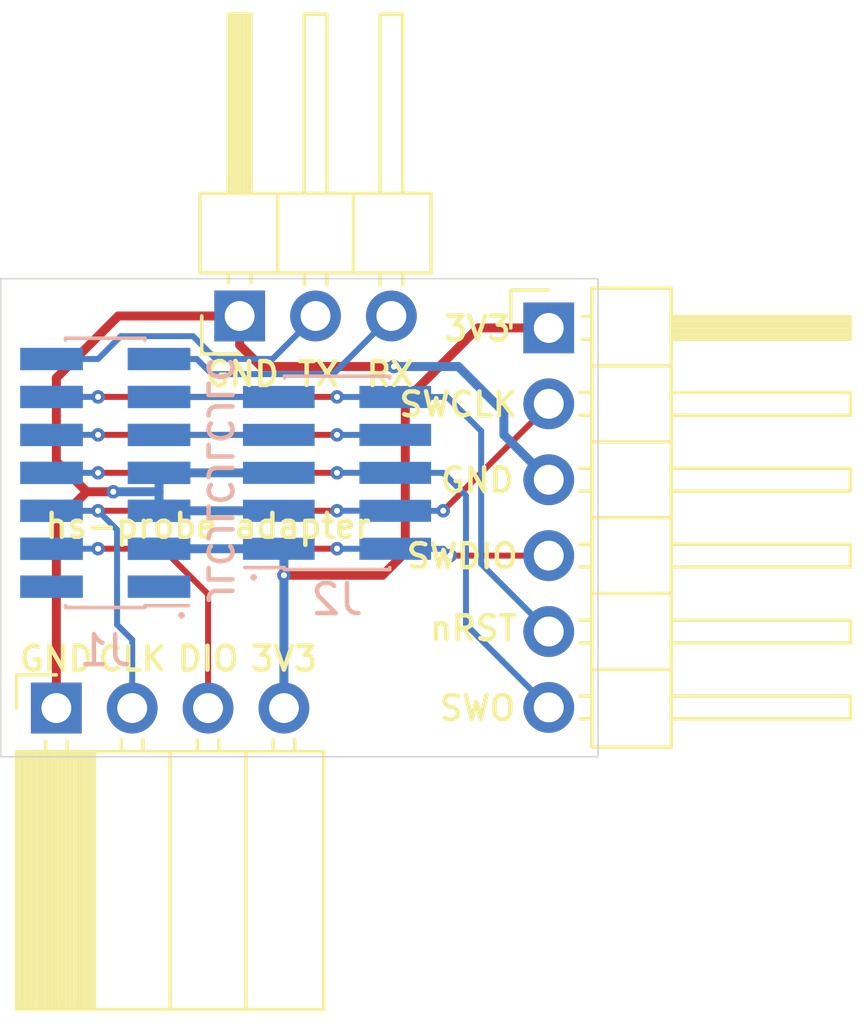
<source format=kicad_pcb>
(kicad_pcb (version 20211014) (generator pcbnew)
  (layers (0 "F.Cu" signal) (31 "B.Cu" signal) (34 "B.Paste" user) (35 "F.Paste" user) (36 "B.SilkS" user "B.Silkscreen") (37 "F.SilkS" user "F.Silkscreen") (38 "B.Mask" user) (39 "F.Mask" user) (44 "Edge.Cuts" user))
  (net 0 "")
  (net 1 "/T_VCP_TX")
  (net 2 "/T_VCP_RX")
  (net 3 "/T_NRST")
  (net 4 "/GNDDetect")
  (net 5 "/T_JTDI")
  (net 6 "/T_JRCLK")
  (net 7 "/T_SWO")
  (net 8 "/GND")
  (net 9 "/T_SWCLK")
  (net 10 "/T_SWDIO")
  (net 11 "/T_VCC")
  (net 12 "/3V3")
  (net 13 "/5V")
  (footprint "Connector_PinHeader_2.54mm:PinHeader_1x03_P2.54mm_Horizontal" (layer "F.Cu") (at 45.000012 42.250004 90)
    (fp_text reference "J3" hide)
    (fp_text value "UART")
    (fp_line (start 10.1 4.7) (end 10.1 5.46) (layer "F.SilkS") (width 0.12))
    (fp_line (start 10.1 -0.38) (end 10.1 0.38) (layer "F.SilkS") (width 0.12))
    (fp_line (start 4.1 0.28) (end 10.1 0.28) (layer "F.SilkS") (width 0.12))
    (fp_line (start 1.44 6.41) (end 4.1 6.41) (layer "F.SilkS") (width 0.12))
    (fp_line (start 1.042929 5.46) (end 1.44 5.46) (layer "F.SilkS") (width 0.12))
    (fp_line (start 4.1 2.16) (end 10.1 2.16) (layer "F.SilkS") (width 0.12))
    (fp_line (start 1.44 3.81) (end 4.1 3.81) (layer "F.SilkS") (width 0.12))
    (fp_line (start 1.042929 2.16) (end 1.44 2.16) (layer "F.SilkS") (width 0.12))
    (fp_line (start 4.1 -0.08) (end 10.1 -0.08) (layer "F.SilkS") (width 0.12))
    (fp_line (start 4.1 6.41) (end 4.1 -1.33) (layer "F.SilkS") (width 0.12))
    (fp_line (start 4.1 -1.33) (end 1.44 -1.33) (layer "F.SilkS") (width 0.12))
    (fp_line (start 1.042929 4.7) (end 1.44 4.7) (layer "F.SilkS") (width 0.12))
    (fp_line (start 4.1 -0.38) (end 10.1 -0.38) (layer "F.SilkS") (width 0.12))
    (fp_line (start 1.042929 2.92) (end 1.44 2.92) (layer "F.SilkS") (width 0.12))
    (fp_line (start 4.1 0.16) (end 10.1 0.16) (layer "F.SilkS") (width 0.12))
    (fp_line (start 10.1 0.38) (end 4.1 0.38) (layer "F.SilkS") (width 0.12))
    (fp_line (start -1.27 0) (end -1.27 -1.27) (layer "F.SilkS") (width 0.12))
    (fp_line (start 1.44 -1.33) (end 1.44 6.41) (layer "F.SilkS") (width 0.12))
    (fp_line (start 1.44 1.27) (end 4.1 1.27) (layer "F.SilkS") (width 0.12))
    (fp_line (start 1.11 -0.38) (end 1.44 -0.38) (layer "F.SilkS") (width 0.12))
    (fp_line (start -1.27 -1.27) (end 0 -1.27) (layer "F.SilkS") (width 0.12))
    (fp_line (start 1.11 0.38) (end 1.44 0.38) (layer "F.SilkS") (width 0.12))
    (fp_line (start 10.1 2.92) (end 4.1 2.92) (layer "F.SilkS") (width 0.12))
    (fp_line (start 4.1 0.04) (end 10.1 0.04) (layer "F.SilkS") (width 0.12))
    (fp_line (start 4.1 -0.32) (end 10.1 -0.32) (layer "F.SilkS") (width 0.12))
    (fp_line (start 4.1 4.7) (end 10.1 4.7) (layer "F.SilkS") (width 0.12))
    (fp_line (start 4.1 -0.2) (end 10.1 -0.2) (layer "F.SilkS") (width 0.12))
    (fp_line (start 10.1 5.46) (end 4.1 5.46) (layer "F.SilkS") (width 0.12))
    (fp_line (start 10.1 2.16) (end 10.1 2.92) (layer "F.SilkS") (width 0.12))
    (pad "1" thru_hole rect locked (at 0 0 90) (size 1.7 1.7) (drill 1) (layers *.Cu *.Mask) (net 8 "/GND"))
    (pad "2" thru_hole oval locked (at 0 2.54 90) (size 1.7 1.7) (drill 1) (layers *.Cu *.Mask) (net 1 "/T_VCP_TX"))
    (pad "3" thru_hole oval locked (at 0 5.08 90) (size 1.7 1.7) (drill 1) (layers *.Cu *.Mask) (net 2 "/T_VCP_RX"))
  )
  (footprint "Connector_PinSocket_2.54mm:PinSocket_1x04_P2.54mm_Horizontal" (layer "F.Cu") (at 38.862 55.372 90)
    (fp_text reference "J5" hide)
    (fp_text value "BluePill")
    (fp_line (start -10.09 -1.33) (end -10.09 8.95) (layer "F.SilkS") (width 0.12))
    (fp_line (start -10.09 8.95) (end -1.46 8.95) (layer "F.SilkS") (width 0.12))
    (fp_line (start -10.09 -0.97381) (end -1.46 -0.97381) (layer "F.SilkS") (width 0.12))
    (fp_line (start -10.09 -0.619525) (end -1.46 -0.619525) (layer "F.SilkS") (width 0.12))
    (fp_line (start -10.09 1.1519) (end -1.46 1.1519) (layer "F.SilkS") (width 0.12))
    (fp_line (start -10.09 0.797615) (end -1.46 0.797615) (layer "F.SilkS") (width 0.12))
    (fp_line (start -10.09 0.561425) (end -1.46 0.561425) (layer "F.SilkS") (width 0.12))
    (fp_line (start -10.09 0.67952) (end -1.46 0.67952) (layer "F.SilkS") (width 0.12))
    (fp_line (start -10.09 -0.855715) (end -1.46 -0.855715) (layer "F.SilkS") (width 0.12))
    (fp_line (start -10.09 1.033805) (end -1.46 1.033805) (layer "F.SilkS") (width 0.12))
    (fp_line (start 1.11 -1.33) (end 1.11 0) (layer "F.SilkS") (width 0.12))
    (fp_line (start -1.46 -0.36) (end -1.11 -0.36) (layer "F.SilkS") (width 0.12))
    (fp_line (start -10.09 -1.091905) (end -1.46 -1.091905) (layer "F.SilkS") (width 0.12))
    (fp_line (start -10.09 -0.383335) (end -1.46 -0.383335) (layer "F.SilkS") (width 0.12))
    (fp_line (start -1.46 2.9) (end -1.05 2.9) (layer "F.SilkS") (width 0.12))
    (fp_line (start -10.09 6.35) (end -1.46 6.35) (layer "F.SilkS") (width 0.12))
    (fp_line (start -1.46 7.26) (end -1.05 7.26) (layer "F.SilkS") (width 0.12))
    (fp_line (start -10.09 1.27) (end -1.46 1.27) (layer "F.SilkS") (width 0.12))
    (fp_line (start -10.09 0.20714) (end -1.46 0.20714) (layer "F.SilkS") (width 0.12))
    (fp_line (start -1.46 7.98) (end -1.05 7.98) (layer "F.SilkS") (width 0.12))
    (fp_line (start -10.09 3.81) (end -1.46 3.81) (layer "F.SilkS") (width 0.12))
    (fp_line (start -10.09 -0.02905) (end -1.46 -0.02905) (layer "F.SilkS") (width 0.12))
    (fp_line (start -10.09 0.91571) (end -1.46 0.91571) (layer "F.SilkS") (width 0.12))
    (fp_line (start -10.09 -0.26524) (end -1.46 -0.26524) (layer "F.SilkS") (width 0.12))
    (fp_line (start -1.46 5.44) (end -1.05 5.44) (layer "F.SilkS") (width 0.12))
    (fp_line (start 0 -1.33) (end 1.11 -1.33) (layer "F.SilkS") (width 0.12))
    (fp_line (start -10.09 0.325235) (end -1.46 0.325235) (layer "F.SilkS") (width 0.12))
    (fp_line (start -10.09 -0.73762) (end -1.46 -0.73762) (layer "F.SilkS") (width 0.12))
    (fp_line (start -1.46 4.72) (end -1.05 4.72) (layer "F.SilkS") (width 0.12))
    (fp_line (start -10.09 -0.50143) (end -1.46 -0.50143) (layer "F.SilkS") (width 0.12))
    (fp_line (start -10.09 -1.21) (end -1.46 -1.21) (layer "F.SilkS") (width 0.12))
    (fp_line (start -10.09 -1.33) (end -1.46 -1.33) (layer "F.SilkS") (width 0.12))
    (fp_line (start -10.09 0.44333) (end -1.46 0.44333) (layer "F.SilkS") (width 0.12))
    (fp_line (start -10.09 0.089045) (end -1.46 0.089045) (layer "F.SilkS") (width 0.12))
    (fp_line (start -1.46 0.36) (end -1.11 0.36) (layer "F.SilkS") (width 0.12))
    (fp_line (start -10.09 -0.147145) (end -1.46 -0.147145) (layer "F.SilkS") (width 0.12))
    (fp_line (start -1.46 -1.33) (end -1.46 8.95) (layer "F.SilkS") (width 0.12))
    (fp_line (start -1.46 2.18) (end -1.05 2.18) (layer "F.SilkS") (width 0.12))
    (pad "1" thru_hole rect locked (at 0 0 90) (size 1.7 1.7) (drill 1) (layers *.Cu *.Mask) (net 8 "/GND"))
    (pad "2" thru_hole oval locked (at 0 2.54 90) (size 1.7 1.7) (drill 1) (layers *.Cu *.Mask) (net 9 "/T_SWCLK"))
    (pad "3" thru_hole oval locked (at 0 5.08 90) (size 1.7 1.7) (drill 1) (layers *.Cu *.Mask) (net 10 "/T_SWDIO"))
    (pad "4" thru_hole oval locked (at 0 7.62 90) (size 1.7 1.7) (drill 1) (layers *.Cu *.Mask) (net 11 "/T_VCC"))
  )
  (footprint "Connector_PinHeader_2.54mm:PinHeader_1x06_P2.54mm_Horizontal" (layer "F.Cu") (at 55.35 42.65)
    (fp_text reference "J4" hide)
    (fp_text value "SWD")
    (fp_line (start 4.1 9.78) (end 10.1 9.78) (layer "F.SilkS") (width 0.12))
    (fp_line (start 1.44 8.89) (end 4.1 8.89) (layer "F.SilkS") (width 0.12))
    (fp_line (start 10.1 10.54) (end 4.1 10.54) (layer "F.SilkS") (width 0.12))
    (fp_line (start 4.1 4.7) (end 10.1 4.7) (layer "F.SilkS") (width 0.12))
    (fp_line (start 4.1 -0.08) (end 10.1 -0.08) (layer "F.SilkS") (width 0.12))
    (fp_line (start 1.11 0.38) (end 1.44 0.38) (layer "F.SilkS") (width 0.12))
    (fp_line (start 10.1 2.92) (end 4.1 2.92) (layer "F.SilkS") (width 0.12))
    (fp_line (start 10.1 -0.38) (end 10.1 0.38) (layer "F.SilkS") (width 0.12))
    (fp_line (start 4.1 -1.33) (end 1.44 -1.33) (layer "F.SilkS") (width 0.12))
    (fp_line (start 1.042929 7.24) (end 1.44 7.24) (layer "F.SilkS") (width 0.12))
    (fp_line (start 1.042929 10.54) (end 1.44 10.54) (layer "F.SilkS") (width 0.12))
    (fp_line (start 4.1 2.16) (end 10.1 2.16) (layer "F.SilkS") (width 0.12))
    (fp_line (start 4.1 0.16) (end 10.1 0.16) (layer "F.SilkS") (width 0.12))
    (fp_line (start 1.042929 4.7) (end 1.44 4.7) (layer "F.SilkS") (width 0.12))
    (fp_line (start 1.042929 8) (end 1.44 8) (layer "F.SilkS") (width 0.12))
    (fp_line (start 10.1 9.78) (end 10.1 10.54) (layer "F.SilkS") (width 0.12))
    (fp_line (start 1.042929 2.92) (end 1.44 2.92) (layer "F.SilkS") (width 0.12))
    (fp_line (start 10.1 8) (end 4.1 8) (layer "F.SilkS") (width 0.12))
    (fp_line (start 10.1 13.08) (end 4.1 13.08) (layer "F.SilkS") (width 0.12))
    (fp_line (start 4.1 -0.32) (end 10.1 -0.32) (layer "F.SilkS") (width 0.12))
    (fp_line (start 1.44 -1.33) (end 1.44 14.03) (layer "F.SilkS") (width 0.12))
    (fp_line (start 4.1 7.24) (end 10.1 7.24) (layer "F.SilkS") (width 0.12))
    (fp_line (start 10.1 5.46) (end 4.1 5.46) (layer "F.SilkS") (width 0.12))
    (fp_line (start -1.27 -1.27) (end 0 -1.27) (layer "F.SilkS") (width 0.12))
    (fp_line (start 4.1 -0.38) (end 10.1 -0.38) (layer "F.SilkS") (width 0.12))
    (fp_line (start 4.1 0.04) (end 10.1 0.04) (layer "F.SilkS") (width 0.12))
    (fp_line (start 10.1 4.7) (end 10.1 5.46) (layer "F.SilkS") (width 0.12))
    (fp_line (start 1.44 3.81) (end 4.1 3.81) (layer "F.SilkS") (width 0.12))
    (fp_line (start 1.44 14.03) (end 4.1 14.03) (layer "F.SilkS") (width 0.12))
    (fp_line (start 10.1 7.24) (end 10.1 8) (layer "F.SilkS") (width 0.12))
    (fp_line (start 1.042929 9.78) (end 1.44 9.78) (layer "F.SilkS") (width 0.12))
    (fp_line (start 4.1 -0.2) (end 10.1 -0.2) (layer "F.SilkS") (width 0.12))
    (fp_line (start 10.1 12.32) (end 10.1 13.08) (layer "F.SilkS") (width 0.12))
    (fp_line (start 10.1 0.38) (end 4.1 0.38) (layer "F.SilkS") (width 0.12))
    (fp_line (start 1.042929 5.46) (end 1.44 5.46) (layer "F.SilkS") (width 0.12))
    (fp_line (start 1.042929 12.32) (end 1.44 12.32) (layer "F.SilkS") (width 0.12))
    (fp_line (start 1.44 1.27) (end 4.1 1.27) (layer "F.SilkS") (width 0.12))
    (fp_line (start 4.1 14.03) (end 4.1 -1.33) (layer "F.SilkS") (width 0.12))
    (fp_line (start 1.44 6.35) (end 4.1 6.35) (layer "F.SilkS") (width 0.12))
    (fp_line (start 1.042929 2.16) (end 1.44 2.16) (layer "F.SilkS") (width 0.12))
    (fp_line (start -1.27 0) (end -1.27 -1.27) (layer "F.SilkS") (width 0.12))
    (fp_line (start 10.1 2.16) (end 10.1 2.92) (layer "F.SilkS") (width 0.12))
    (fp_line (start 1.11 -0.38) (end 1.44 -0.38) (layer "F.SilkS") (width 0.12))
    (fp_line (start 4.1 0.28) (end 10.1 0.28) (layer "F.SilkS") (width 0.12))
    (fp_line (start 1.44 11.43) (end 4.1 11.43) (layer "F.SilkS") (width 0.12))
    (fp_line (start 4.1 12.32) (end 10.1 12.32) (layer "F.SilkS") (width 0.12))
    (fp_line (start 1.042929 13.08) (end 1.44 13.08) (layer "F.SilkS") (width 0.12))
    (pad "1" thru_hole rect locked (at 0 0) (size 1.7 1.7) (drill 1) (layers *.Cu *.Mask) (net 11 "/T_VCC"))
    (pad "2" thru_hole oval locked (at 0 2.54) (size 1.7 1.7) (drill 1) (layers *.Cu *.Mask) (net 9 "/T_SWCLK"))
    (pad "3" thru_hole oval locked (at 0 5.08) (size 1.7 1.7) (drill 1) (layers *.Cu *.Mask) (net 8 "/GND"))
    (pad "4" thru_hole oval locked (at 0 7.62) (size 1.7 1.7) (drill 1) (layers *.Cu *.Mask) (net 10 "/T_SWDIO"))
    (pad "5" thru_hole oval locked (at 0 10.16) (size 1.7 1.7) (drill 1) (layers *.Cu *.Mask) (net 3 "/T_NRST"))
    (pad "6" thru_hole oval locked (at 0 12.7) (size 1.7 1.7) (drill 1) (layers *.Cu *.Mask) (net 7 "/T_SWO"))
  )
  (footprint "Connector_PinSocket_1.27mm:PinSocket_2x07_P1.27mm_Vertical_SMD" (layer "B.Cu") (at 40.5 47.5)
    (fp_text reference "J1" (at 0 5.945) (layer "B.SilkS") (effects (justify mirror)))
    (fp_text value "STDC14")
    (fp_line (start -1.33 -4.445) (end -1.33 -4.505) (layer "B.SilkS") (width 0.12))
    (fp_line (start 1.33 4.505) (end 1.33 4.445) (layer "B.SilkS") (width 0.12))
    (fp_line (start -1.33 4.505) (end -1.33 4.445) (layer "B.SilkS") (width 0.12))
    (fp_line (start 1.33 4.445) (end 2.79 4.445) (layer "B.SilkS") (width 0.12))
    (fp_line (start -1.33 4.505) (end 1.33 4.505) (layer "B.SilkS") (width 0.12))
    (fp_line (start 1.33 -4.445) (end 1.33 -4.505) (layer "B.SilkS") (width 0.12))
    (fp_line (start -1.33 -4.505) (end 1.33 -4.505) (layer "B.SilkS") (width 0.12))
    (pad "1" smd rect locked (at 1.8 3.81) (size 2.1 0.75) (layers "B.Cu" "B.Paste" "B.Mask") (net 13 "/5V"))
    (pad "2" smd rect locked (at -1.8 3.81) (size 2.1 0.75) (layers "B.Cu" "B.Paste" "B.Mask") (net 12 "/3V3"))
    (pad "3" smd rect locked (at 1.8 2.54) (size 2.1 0.75) (layers "B.Cu" "B.Paste" "B.Mask") (net 11 "/T_VCC"))
    (pad "4" smd rect locked (at -1.8 2.54) (size 2.1 0.75) (layers "B.Cu" "B.Paste" "B.Mask") (net 10 "/T_SWDIO"))
    (pad "5" smd rect locked (at 1.8 1.27) (size 2.1 0.75) (layers "B.Cu" "B.Paste" "B.Mask") (net 8 "/GND"))
    (pad "6" smd rect locked (at -1.8 1.27) (size 2.1 0.75) (layers "B.Cu" "B.Paste" "B.Mask") (net 9 "/T_SWCLK"))
    (pad "7" smd rect locked (at 1.8 0) (size 2.1 0.75) (layers "B.Cu" "B.Paste" "B.Mask") (net 8 "/GND"))
    (pad "8" smd rect locked (at -1.8 0) (size 2.1 0.75) (layers "B.Cu" "B.Paste" "B.Mask") (net 7 "/T_SWO"))
    (pad "9" smd rect locked (at 1.8 -1.27) (size 2.1 0.75) (layers "B.Cu" "B.Paste" "B.Mask") (net 6 "/T_JRCLK"))
    (pad "10" smd rect locked (at -1.8 -1.27) (size 2.1 0.75) (layers "B.Cu" "B.Paste" "B.Mask") (net 5 "/T_JTDI"))
    (pad "11" smd rect locked (at 1.8 -2.54) (size 2.1 0.75) (layers "B.Cu" "B.Paste" "B.Mask") (net 4 "/GNDDetect"))
    (pad "12" smd rect locked (at -1.8 -2.54) (size 2.1 0.75) (layers "B.Cu" "B.Paste" "B.Mask") (net 3 "/T_NRST"))
    (pad "13" smd rect locked (at 1.8 -3.81) (size 2.1 0.75) (layers "B.Cu" "B.Paste" "B.Mask") (net 2 "/T_VCP_RX"))
    (pad "14" smd rect locked (at -1.8 -3.81) (size 2.1 0.75) (layers "B.Cu" "B.Paste" "B.Mask") (net 1 "/T_VCP_TX"))
  )
  (footprint "Connector_PinHeader_1.27mm:PinHeader_2x05_P1.27mm_Vertical_SMD" (layer "B.Cu") (at 48.26 47.5)
    (fp_text reference "J2" (at 0 4.235) (layer "B.SilkS") (effects (justify mirror)))
    (fp_text value "ARM SWD")
    (fp_line (start -1.765 -3.235) (end 1.765 -3.235) (layer "B.SilkS") (width 0.12))
    (fp_line (start 1.765 -3.17) (end 1.765 -3.235) (layer "B.SilkS") (width 0.12))
    (fp_line (start -1.765 3.235) (end -1.765 3.17) (layer "B.SilkS") (width 0.12))
    (fp_line (start -1.765 -3.17) (end -1.765 -3.235) (layer "B.SilkS") (width 0.12))
    (fp_line (start 1.765 3.235) (end 1.765 3.17) (layer "B.SilkS") (width 0.12))
    (fp_line (start -1.765 3.235) (end 1.765 3.235) (layer "B.SilkS") (width 0.12))
    (fp_line (start -3.09 3.17) (end -1.765 3.17) (layer "B.SilkS") (width 0.12))
    (pad "1" smd rect locked (at -1.95 2.54) (size 2.4 0.74) (layers "B.Cu" "B.Paste" "B.Mask") (net 11 "/T_VCC"))
    (pad "2" smd rect locked (at 1.95 2.54) (size 2.4 0.74) (layers "B.Cu" "B.Paste" "B.Mask") (net 10 "/T_SWDIO"))
    (pad "3" smd rect locked (at -1.95 1.27) (size 2.4 0.74) (layers "B.Cu" "B.Paste" "B.Mask") (net 8 "/GND"))
    (pad "4" smd rect locked (at 1.95 1.27) (size 2.4 0.74) (layers "B.Cu" "B.Paste" "B.Mask") (net 9 "/T_SWCLK"))
    (pad "5" smd rect locked (at -1.95 0) (size 2.4 0.74) (layers "B.Cu" "B.Paste" "B.Mask") (net 8 "/GND"))
    (pad "6" smd rect locked (at 1.95 0) (size 2.4 0.74) (layers "B.Cu" "B.Paste" "B.Mask") (net 7 "/T_SWO"))
    (pad "7" smd rect locked (at -1.95 -1.27) (size 2.4 0.74) (layers "B.Cu" "B.Paste" "B.Mask") (net 6 "/T_JRCLK"))
    (pad "8" smd rect locked (at 1.95 -1.27) (size 2.4 0.74) (layers "B.Cu" "B.Paste" "B.Mask") (net 5 "/T_JTDI"))
    (pad "9" smd rect locked (at -1.95 -2.54) (size 2.4 0.74) (layers "B.Cu" "B.Paste" "B.Mask") (net 4 "/GNDDetect"))
    (pad "10" smd rect locked (at 1.95 -2.54) (size 2.4 0.74) (layers "B.Cu" "B.Paste" "B.Mask") (net 3 "/T_NRST"))
  )
  (gr_line (start 37 57) (end 37 41) (layer "Edge.Cuts") (width 0.05))
  (gr_line (start 57 41) (end 57 57) (layer "Edge.Cuts") (width 0.05))
  (gr_line (start 37 41) (end 57 41) (layer "Edge.Cuts") (width 0.05))
  (gr_line (start 57 57) (end 37 57) (layer "Edge.Cuts") (width 0.05))
  (gr_text "." (at 45.466 50.673) (layer "B.SilkS") (effects (font (size 0.8 0.8))))
  (gr_text "." (at 43.053 51.943) (layer "B.SilkS") (effects (font (size 0.8 0.8))))
  (gr_text "JLCJLCJLCJLC" (at 44.323 47.752 -90) (layer "B.SilkS") (effects (font (size 0.8 0.8)) (justify mirror)))
  (gr_text "SWDIO" (at 52.451 50.292) (layer "F.SilkS") (effects (font (size 0.8 0.8))))
  (gr_text "GND" (at 38.862 53.721) (layer "F.SilkS") (effects (font (size 0.8 0.8))))
  (gr_text "CLK" (at 41.402 53.721) (layer "F.SilkS") (effects (font (size 0.8 0.8))))
  (gr_text "hs-probe adapter" (at 43.942 49.276) (layer "F.SilkS") (effects (font (size 0.8 0.8))))
  (gr_text "GND" (at 52.959 47.752) (layer "F.SilkS") (effects (font (size 0.8 0.8))))
  (gr_text "GND" (at 45.085 44.196) (layer "F.SilkS") (effects (font (size 0.8 0.8))))
  (gr_text "RX" (at 50.038 44.196) (layer "F.SilkS") (effects (font (size 0.8 0.8))))
  (gr_text "SWCLK" (at 52.324 45.212) (layer "F.SilkS") (effects (font (size 0.8 0.8))))
  (gr_text "nRST" (at 52.832 52.705) (layer "F.SilkS") (effects (font (size 0.8 0.8))))
  (gr_text "DIO" (at 43.942 53.721) (layer "F.SilkS") (effects (font (size 0.8 0.8))))
  (gr_text "3V3" (at 52.959 42.672) (layer "F.SilkS") (effects (font (size 0.8 0.8))))
  (gr_text "SWO" (at 52.959 55.372) (layer "F.SilkS") (effects (font (size 0.8 0.8))))
  (gr_text "3V3" (at 46.482 53.721) (layer "F.SilkS") (effects (font (size 0.8 0.8))))
  (gr_text "TX" (at 47.625 44.196) (layer "F.SilkS") (effects (font (size 0.8 0.8))))
  (segment (start 43.435998 42.926) (end 44.197998 43.688) (width 0.2) (layer "B.Cu") (net 1))
  (segment (start 44.197998 43.688) (end 46.102 43.688) (width 0.2) (layer "B.Cu") (net 1))
  (segment (start 40.257 43.69) (end 41.021 42.926) (width 0.2) (layer "B.Cu") (net 1))
  (segment (start 38.7 43.69) (end 40.257 43.69) (width 0.2) (layer "B.Cu") (net 1))
  (segment (start 41.021 42.926) (end 43.435998 42.926) (width 0.2) (layer "B.Cu") (net 1))
  (segment (start 46.102 43.688) (end 47.54 42.25) (width 0.2) (layer "B.Cu") (net 1))
  (segment (start 42.3 43.69) (end 43.563 43.69) (width 0.2) (layer "B.Cu") (net 2))
  (segment (start 44.069 44.196) (end 48.134 44.196) (width 0.2) (layer "B.Cu") (net 2))
  (segment (start 43.563 43.69) (end 44.069 44.196) (width 0.2) (layer "B.Cu") (net 2))
  (segment (start 48.134 44.196) (end 50.08 42.25) (width 0.2) (layer "B.Cu") (net 2))
  (segment (start 48.26 44.958) (end 40.259 44.958) (width 0.2) (layer "F.Cu") (net 3))
  (via (at 40.259 44.958) (size 0.45) (drill 0.2) (layers "F.Cu" "B.Cu") (net 3))
  (via (at 48.26 44.958) (size 0.45) (drill 0.2) (layers "F.Cu" "B.Cu") (net 3))
  (segment (start 50.21 44.96) (end 51.945 44.96) (width 0.2) (layer "B.Cu") (net 3))
  (segment (start 53.086 50.546) (end 55.35 52.81) (width 0.2) (layer "B.Cu") (net 3))
  (segment (start 48.262 44.96) (end 50.21 44.96) (width 0.2) (layer "B.Cu") (net 3))
  (segment (start 53.086 46.101) (end 53.086 50.546) (width 0.2) (layer "B.Cu") (net 3))
  (segment (start 51.945 44.96) (end 53.086 46.101) (width 0.2) (layer "B.Cu") (net 3))
  (segment (start 48.26 44.958) (end 48.262 44.96) (width 0.2) (layer "B.Cu") (net 3))
  (segment (start 40.259 44.958) (end 38.702 44.958) (width 0.2) (layer "B.Cu") (net 3))
  (segment (start 38.702 44.958) (end 38.7 44.96) (width 0.2) (layer "B.Cu") (net 3))
  (segment (start 46.31 44.96) (end 42.3 44.96) (width 0.2) (layer "B.Cu") (net 4))
  (segment (start 48.26 46.228) (end 40.259 46.228) (width 0.2) (layer "F.Cu") (net 5))
  (via (at 40.259 46.228) (size 0.45) (drill 0.2) (layers "F.Cu" "B.Cu") (net 5))
  (via (at 48.26 46.228) (size 0.45) (drill 0.2) (layers "F.Cu" "B.Cu") (net 5))
  (segment (start 48.262 46.23) (end 50.21 46.23) (width 0.2) (layer "B.Cu") (net 5))
  (segment (start 48.26 46.228) (end 48.262 46.23) (width 0.2) (layer "B.Cu") (net 5))
  (segment (start 40.259 46.228) (end 38.702 46.228) (width 0.2) (layer "B.Cu") (net 5))
  (segment (start 38.702 46.228) (end 38.7 46.23) (width 0.2) (layer "B.Cu") (net 5))
  (segment (start 42.3 46.23) (end 46.31 46.23) (width 0.2) (layer "B.Cu") (net 6))
  (segment (start 40.259 47.498) (end 48.26 47.498) (width 0.2) (layer "F.Cu") (net 7))
  (via (at 40.259 47.498) (size 0.45) (drill 0.2) (layers "F.Cu" "B.Cu") (net 7))
  (via (at 48.26 47.498) (size 0.45) (drill 0.2) (layers "F.Cu" "B.Cu") (net 7))
  (segment (start 50.208 47.498) (end 50.21 47.5) (width 0.2) (layer "B.Cu") (net 7))
  (segment (start 52.578 52.578) (end 55.35 55.35) (width 0.2) (layer "B.Cu") (net 7))
  (segment (start 52.578 48.26) (end 52.578 52.578) (width 0.2) (layer "B.Cu") (net 7))
  (segment (start 48.26 47.498) (end 50.208 47.498) (width 0.2) (layer "B.Cu") (net 7))
  (segment (start 40.257 47.5) (end 38.7 47.5) (width 0.2) (layer "B.Cu") (net 7))
  (segment (start 51.818 47.5) (end 52.578 48.26) (width 0.2) (layer "B.Cu") (net 7))
  (segment (start 40.259 47.498) (end 40.257 47.5) (width 0.2) (layer "B.Cu") (net 7))
  (segment (start 50.21 47.5) (end 51.818 47.5) (width 0.2) (layer "B.Cu") (net 7))
  (segment (start 39.878 48.133) (end 38.862 49.149) (width 0.3) (layer "F.Cu") (net 8))
  (segment (start 45.72 43.942) (end 45 43.222) (width 0.3) (layer "F.Cu") (net 8))
  (segment (start 40.935 42.25) (end 45 42.25) (width 0.3) (layer "F.Cu") (net 8))
  (segment (start 45 43.222) (end 45 42.25) (width 0.3) (layer "F.Cu") (net 8))
  (segment (start 38.862 44.323) (end 40.935 42.25) (width 0.3) (layer "F.Cu") (net 8))
  (segment (start 40.767 48.133) (end 39.878 48.133) (width 0.3) (layer "F.Cu") (net 8))
  (segment (start 38.862 47.117) (end 38.862 44.323) (width 0.3) (layer "F.Cu") (net 8))
  (segment (start 39.878 48.133) (end 38.862 47.117) (width 0.3) (layer "F.Cu") (net 8))
  (segment (start 38.862 53.467) (end 38.862 55.372) (width 0.3) (layer "F.Cu") (net 8))
  (segment (start 50.165 43.942) (end 45.72 43.942) (width 0.3) (layer "F.Cu") (net 8))
  (segment (start 38.862 49.149) (end 38.862 53.467) (width 0.3) (layer "F.Cu") (net 8))
  (via (at 40.767 48.133) (size 0.45) (drill 0.2) (layers "F.Cu" "B.Cu") (net 8))
  (via (at 50.165 43.942) (size 0.45) (drill 0.2) (layers "F.Cu" "B.Cu") (net 8))
  (segment (start 53.848 46.228) (end 55.35 47.73) (width 0.3) (layer "B.Cu") (net 8))
  (segment (start 52.324 43.942) (end 53.848 45.466) (width 0.3) (layer "B.Cu") (net 8))
  (segment (start 42.3 47.5) (end 46.31 47.5) (width 0.3) (layer "B.Cu") (net 8))
  (segment (start 42.291 48.133) (end 42.3 48.142) (width 0.3) (layer "B.Cu") (net 8))
  (segment (start 42.3 48.77) (end 42.3 48.142) (width 0.3) (layer "B.Cu") (net 8))
  (segment (start 50.165 43.942) (end 52.324 43.942) (width 0.3) (layer "B.Cu") (net 8))
  (segment (start 53.848 45.466) (end 53.848 46.228) (width 0.3) (layer "B.Cu") (net 8))
  (segment (start 40.767 48.133) (end 42.291 48.133) (width 0.3) (layer "B.Cu") (net 8))
  (segment (start 42.3 48.77) (end 46.31 48.77) (width 0.3) (layer "B.Cu") (net 8))
  (segment (start 42.3 48.142) (end 42.3 47.5) (width 0.3) (layer "B.Cu") (net 8))
  (segment (start 40.259 48.768) (end 48.26 48.768) (width 0.2) (layer "F.Cu") (net 9))
  (segment (start 51.816 48.768) (end 55.35 45.234) (width 0.2) (layer "F.Cu") (net 9))
  (segment (start 55.35 45.234) (end 55.35 45.19) (width 0.2) (layer "F.Cu") (net 9))
  (via (at 48.26 48.768) (size 0.45) (drill 0.2) (layers "F.Cu" "B.Cu") (net 9))
  (via (at 40.259 48.768) (size 0.45) (drill 0.2) (layers "F.Cu" "B.Cu") (net 9))
  (via (at 51.816 48.768) (size 0.45) (drill 0.2) (layers "F.Cu" "B.Cu") (net 9))
  (segment (start 40.894 49.403) (end 40.894 52.578) (width 0.2) (layer "B.Cu") (net 9))
  (segment (start 40.257 48.77) (end 38.7 48.77) (width 0.2) (layer "B.Cu") (net 9))
  (segment (start 50.208 48.768) (end 50.21 48.77) (width 0.2) (layer "B.Cu") (net 9))
  (segment (start 50.21 48.77) (end 51.814 48.77) (width 0.2) (layer "B.Cu") (net 9))
  (segment (start 40.259 48.768) (end 40.257 48.77) (width 0.2) (layer "B.Cu") (net 9))
  (segment (start 41.402 53.086) (end 41.402 55.372) (width 0.2) (layer "B.Cu") (net 9))
  (segment (start 40.259 48.768) (end 40.894 49.403) (width 0.2) (layer "B.Cu") (net 9))
  (segment (start 51.814 48.77) (end 51.816 48.768) (width 0.2) (layer "B.Cu") (net 9))
  (segment (start 48.26 48.768) (end 50.208 48.768) (width 0.2) (layer "B.Cu") (net 9))
  (segment (start 40.894 52.578) (end 41.402 53.086) (width 0.2) (layer "B.Cu") (net 9))
  (segment (start 42.418 50.038) (end 43.942 51.562) (width 0.2) (layer "F.Cu") (net 10))
  (segment (start 41.783 50.038) (end 40.259 50.038) (width 0.2) (layer "F.Cu") (net 10))
  (segment (start 48.26 50.038) (end 41.783 50.038) (width 0.2) (layer "F.Cu") (net 10))
  (segment (start 52.048 50.27) (end 55.35 50.27) (width 0.2) (layer "F.Cu") (net 10))
  (segment (start 43.942 51.562) (end 43.942 55.372) (width 0.2) (layer "F.Cu") (net 10))
  (segment (start 41.783 50.038) (end 42.418 50.038) (width 0.2) (layer "F.Cu") (net 10))
  (via (at 52.048 50.27) (size 0.45) (drill 0.2) (layers "F.Cu" "B.Cu") (net 10))
  (via (at 40.259 50.038) (size 0.45) (drill 0.2) (layers "F.Cu" "B.Cu") (net 10))
  (via (at 48.26 50.038) (size 0.45) (drill 0.2) (layers "F.Cu" "B.Cu") (net 10))
  (segment (start 38.702 50.038) (end 38.7 50.04) (width 0.2) (layer "B.Cu") (net 10))
  (segment (start 48.262 50.04) (end 50.21 50.04) (width 0.2) (layer "B.Cu") (net 10))
  (segment (start 52.048 50.27) (end 51.818 50.04) (width 0.2) (layer "B.Cu") (net 10))
  (segment (start 51.818 50.04) (end 50.21 50.04) (width 0.2) (layer "B.Cu") (net 10))
  (segment (start 40.259 50.038) (end 38.702 50.038) (width 0.2) (layer "B.Cu") (net 10))
  (segment (start 48.26 50.038) (end 48.262 50.04) (width 0.2) (layer "B.Cu") (net 10))
  (segment (start 46.482 50.927) (end 49.784 50.927) (width 0.3) (layer "F.Cu") (net 11))
  (segment (start 52.981 42.65) (end 55.35 42.65) (width 0.3) (layer "F.Cu") (net 11))
  (segment (start 50.546 45.085) (end 52.981 42.65) (width 0.3) (layer "F.Cu") (net 11))
  (segment (start 50.546 50.165) (end 50.546 45.085) (width 0.3) (layer "F.Cu") (net 11))
  (segment (start 49.784 50.927) (end 50.546 50.165) (width 0.3) (layer "F.Cu") (net 11))
  (via (at 46.482 50.927) (size 0.45) (drill 0.2) (layers "F.Cu" "B.Cu") (net 11))
  (segment (start 46.482 50.927) (end 46.482 50.212) (width 0.3) (layer "B.Cu") (net 11))
  (segment (start 42.3 50.04) (end 46.31 50.04) (width 0.3) (layer "B.Cu") (net 11))
  (segment (start 46.482 50.212) (end 46.31 50.04) (width 0.3) (layer "B.Cu") (net 11))
  (segment (start 46.482 50.927) (end 46.482 55.372) (width 0.3) (layer "B.Cu") (net 11))
)
</source>
